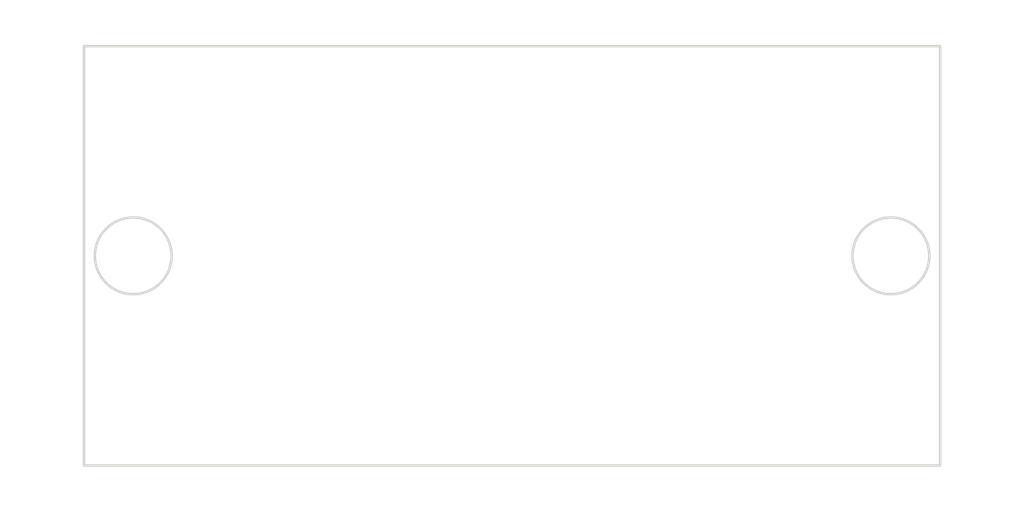
<source format=kicad_pcb>
(kicad_pcb (version 20211014) (generator pcbnew)

  (general
    (thickness 1.6)
  )

  (paper "A3")
  (title_block
    (date "15 nov 2012")
  )

  (layers
    (0 "F.Cu" signal)
    (31 "B.Cu" signal)
    (32 "B.Adhes" user "B.Adhesive")
    (33 "F.Adhes" user "F.Adhesive")
    (34 "B.Paste" user)
    (35 "F.Paste" user)
    (36 "B.SilkS" user "B.Silkscreen")
    (37 "F.SilkS" user "F.Silkscreen")
    (38 "B.Mask" user)
    (39 "F.Mask" user)
    (40 "Dwgs.User" user "User.Drawings")
    (41 "Cmts.User" user "User.Comments")
    (42 "Eco1.User" user "User.Eco1")
    (43 "Eco2.User" user "User.Eco2")
    (44 "Edge.Cuts" user)
    (45 "Margin" user)
    (46 "B.CrtYd" user "B.Courtyard")
    (47 "F.CrtYd" user "F.Courtyard")
  )

  (setup
    (stackup
      (layer "F.SilkS" (type "Top Silk Screen"))
      (layer "F.Paste" (type "Top Solder Paste"))
      (layer "F.Mask" (type "Top Solder Mask") (color "Green") (thickness 0.01))
      (layer "F.Cu" (type "copper") (thickness 0.035))
      (layer "dielectric 1" (type "core") (thickness 1.51) (material "FR4") (epsilon_r 4.5) (loss_tangent 0.02))
      (layer "B.Cu" (type "copper") (thickness 0.035))
      (layer "B.Mask" (type "Bottom Solder Mask") (color "Green") (thickness 0.01))
      (layer "B.Paste" (type "Bottom Solder Paste"))
      (layer "B.SilkS" (type "Bottom Silk Screen"))
      (copper_finish "None")
      (dielectric_constraints no)
    )
    (pad_to_mask_clearance 0)
    (aux_axis_origin 200 150)
    (grid_origin 200 150)
    (pcbplotparams
      (layerselection 0x00010f0_ffffffff)
      (disableapertmacros false)
      (usegerberextensions true)
      (usegerberattributes false)
      (usegerberadvancedattributes false)
      (creategerberjobfile false)
      (svguseinch false)
      (svgprecision 6)
      (excludeedgelayer true)
      (plotframeref false)
      (viasonmask false)
      (mode 1)
      (useauxorigin false)
      (hpglpennumber 1)
      (hpglpenspeed 20)
      (hpglpendiameter 15.000000)
      (dxfpolygonmode true)
      (dxfimperialunits true)
      (dxfusepcbnewfont true)
      (psnegative false)
      (psa4output false)
      (plotreference true)
      (plotvalue true)
      (plotinvisibletext false)
      (sketchpadsonfab false)
      (subtractmaskfromsilk false)
      (outputformat 1)
      (mirror false)
      (drillshape 0)
      (scaleselection 1)
      (outputdirectory "gerbers")
    )
  )

  (net 0 "")

  (gr_line locked (start 197.475 140) (end 197.475 160) (layer "Dwgs.User") (width 0.01) (tstamp a9cff5a5-a060-4169-9b96-caeeac3437d2))
  (gr_line (start 180 150) (end 220 150) (layer "Dwgs.User") (width 0.01) (tstamp c3475436-750c-4115-8527-3eba2648c8d3))
  (gr_line (start 200 140) (end 200 160) (layer "Dwgs.User") (width 0.01) (tstamp ff9cee54-c10b-4359-be62-b7078d0bd27e))
  (gr_circle locked (center 214.8 150) (end 216.3 150) (layer "Edge.Cuts") (width 0.1) (fill none) (tstamp 7ea70126-f3ce-436b-83c3-623799d44712))
  (gr_rect locked (start 183.275 141.8) (end 216.725 158.2) (layer "Edge.Cuts") (width 0.1) (fill none) (tstamp d927c15f-cb3f-4cd9-9cc5-d4341258a2aa))
  (gr_circle (center 185.2 150) (end 186.7 150) (layer "Edge.Cuts") (width 0.1) (fill none) (tstamp dc720e04-cb6a-43a1-92b1-d424deaf4af1))

)

</source>
